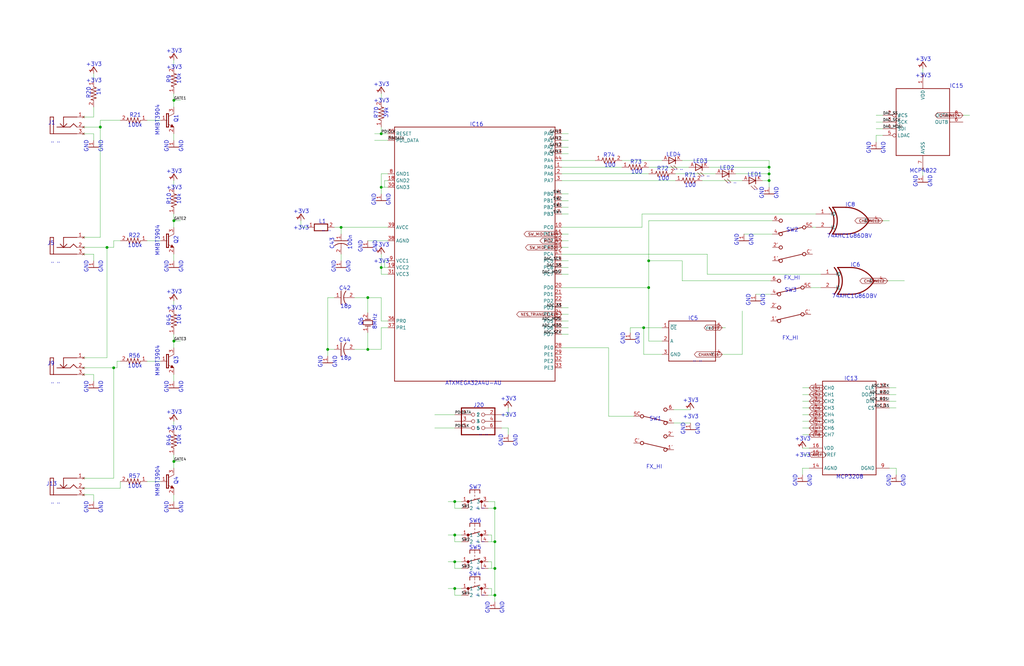
<source format=kicad_sch>
(kicad_sch (version 20231120) (generator "eeschema") (generator_version "8.0")
  (paper "User" 388.925 252.984)
  (junction (at 187.96 215.9))
  (junction (at 38.1 48.26))
  (junction (at 144.78 101.6))
  (junction (at 66.04 38.1))
  (junction (at 66.04 83.82))
  (junction (at 172.72 223.52))
  (junction (at 187.96 226.06))
  (junction (at 172.72 213.36))
  (junction (at 187.96 205.74))
  (junction (at 129.54 86.36))
  (junction (at 66.04 175.26))
  (junction (at 246.38 109.22))
  (junction (at 244.475 124.46))
  (junction (at 292.1 63.5))
  (junction (at 246.38 99.06))
  (junction (at 292.1 68.58))
  (junction (at 43.18 139.7))
  (junction (at 66.04 129.54))
  (junction (at 124.46 132.715))
  (junction (at 144.78 50.8))
  (junction (at 139.7 113.03))
  (junction (at 40.64 93.98))
  (junction (at 172.72 190.5))
  (junction (at 292.1 66.04))
  (junction (at 187.96 193.04))
  (junction (at 144.78 71.12))
  (junction (at 172.72 203.2))
  (junction (at 139.7 132.715))
  (wire (pts (xy 213.36 101.6) (xy 215.9 101.6)) (stroke (width 0.1)))
  (wire (pts (xy 172.72 203.2) (xy 170.18 203.2)) (stroke (width 0.1)))
  (wire (pts (xy 43.18 139.7) (xy 43.18 181.61)) (stroke (width 0.1)))
  (wire (pts (xy 144.78 35.56) (xy 144.78 38.1)) (stroke (width 0.1)))
  (wire (pts (xy 274.32 124.46) (xy 275.59 124.46)) (stroke (width 0.1)))
  (wire (pts (xy 193.04 157.48) (xy 193.04 154.94)) (stroke (width 0.1)))
  (wire (pts (xy 243.84 81.28) (xy 309.88 81.28)) (stroke (width 0.1)))
  (wire (pts (xy 337.185 106.68) (xy 343.535 106.68)) (stroke (width 0.1)))
  (wire (pts (xy 213.36 99.06) (xy 215.9 99.06)) (stroke (width 0.1)))
  (wire (pts (xy 307.34 154.94) (xy 304.8 154.94)) (stroke (width 0.1)))
  (wire (pts (xy 147.32 53.34) (xy 142.24 53.34)) (stroke (width 0.1)))
  (wire (pts (xy 66.04 40.64) (xy 66.04 38.1)) (stroke (width 0.1)))
  (wire (pts (xy 246.38 83.82) (xy 246.38 99.06)) (stroke (width 0.1)))
  (wire (pts (xy 129.54 86.36) (xy 147.32 86.36)) (stroke (width 0.1)))
  (wire (pts (xy 335.28 48.895) (xy 332.74 48.895)) (stroke (width 0.1)))
  (wire (pts (xy 139.7 113.03) (xy 144.78 113.03)) (stroke (width 0.1)))
  (wire (pts (xy 213.36 91.44) (xy 215.9 91.44)) (stroke (width 0.1)))
  (wire (pts (xy 129.54 96.52) (xy 129.54 99.06)) (stroke (width 0.1)))
  (wire (pts (xy 337.82 177.8) (xy 340.36 177.8)) (stroke (width 0.1)))
  (wire (pts (xy 144.78 66.04) (xy 144.78 71.12)) (stroke (width 0.1)))
  (wire (pts (xy 66.04 83.82) (xy 68.58 83.82)) (stroke (width 0.1)))
  (wire (pts (xy 292.735 106.68) (xy 259.08 106.68)) (stroke (width 0.1)))
  (wire (pts (xy 193.04 162.56) (xy 193.04 165.1)) (stroke (width 0.1)))
  (wire (pts (xy 240.665 158.115) (xy 231.14 158.115)) (stroke (width 0.1)))
  (wire (pts (xy 213.36 50.8) (xy 215.9 50.8)) (stroke (width 0.1)))
  (wire (pts (xy 213.36 127) (xy 215.9 127)) (stroke (width 0.1)))
  (wire (pts (xy 289.56 68.58) (xy 292.1 68.58)) (stroke (width 0.1)))
  (wire (pts (xy 307.34 147.32) (xy 304.8 147.32)) (stroke (width 0.1)))
  (wire (pts (xy 55.88 182.88) (xy 60.96 182.88)) (stroke (width 0.1)))
  (wire (pts (xy 185.42 205.74) (xy 187.96 205.74)) (stroke (width 0.1)))
  (wire (pts (xy 292.735 111.76) (xy 287.02 111.76)) (stroke (width 0.1)))
  (wire (pts (xy 281.94 134.62) (xy 281.94 118.11)) (stroke (width 0.1)))
  (wire (pts (xy 114.3 83.82) (xy 114.3 86.36)) (stroke (width 0.1)))
  (wire (pts (xy 124.46 132.715) (xy 124.46 113.03)) (stroke (width 0.1)))
  (wire (pts (xy 307.34 149.86) (xy 304.8 149.86)) (stroke (width 0.1)))
  (wire (pts (xy 337.82 154.94) (xy 340.36 154.94)) (stroke (width 0.1)))
  (wire (pts (xy 66.04 50.8) (xy 66.04 53.34)) (stroke (width 0.1)))
  (wire (pts (xy 311.785 104.14) (xy 268.605 104.14)) (stroke (width 0.1)))
  (wire (pts (xy 187.96 226.06) (xy 187.96 228.6)) (stroke (width 0.1)))
  (wire (pts (xy 187.96 193.04) (xy 187.96 205.74)) (stroke (width 0.1)))
  (wire (pts (xy 268.605 104.14) (xy 268.605 96.52)) (stroke (width 0.1)))
  (wire (pts (xy 269.24 63.5) (xy 292.1 63.5)) (stroke (width 0.1)))
  (wire (pts (xy 172.72 213.36) (xy 170.18 213.36)) (stroke (width 0.1)))
  (wire (pts (xy 35.56 44.45) (xy 35.56 40.64)) (stroke (width 0.1)))
  (wire (pts (xy 31.75 50.8) (xy 35.56 50.8)) (stroke (width 0.1)))
  (wire (pts (xy 66.04 83.82) (xy 66.04 81.28)) (stroke (width 0.1)))
  (wire (pts (xy 175.26 215.9) (xy 172.72 215.9)) (stroke (width 0.1)))
  (wire (pts (xy 129.54 86.36) (xy 129.54 88.9)) (stroke (width 0.1)))
  (wire (pts (xy 45.72 91.44) (xy 43.18 91.44)) (stroke (width 0.1)))
  (wire (pts (xy 172.72 193.04) (xy 172.72 190.5)) (stroke (width 0.1)))
  (wire (pts (xy 185.42 193.04) (xy 187.96 193.04)) (stroke (width 0.1)))
  (wire (pts (xy 190.5 162.56) (xy 193.04 162.56)) (stroke (width 0.1)))
  (wire (pts (xy 43.18 93.98) (xy 40.64 93.98)) (stroke (width 0.1)))
  (wire (pts (xy 274.32 134.62) (xy 281.94 134.62)) (stroke (width 0.1)))
  (wire (pts (xy 213.36 119.38) (xy 215.9 119.38)) (stroke (width 0.1)))
  (wire (pts (xy 172.72 157.48) (xy 165.1 157.48)) (stroke (width 0.1)))
  (wire (pts (xy 172.72 226.06) (xy 172.72 223.52)) (stroke (width 0.1)))
  (wire (pts (xy 266.7 68.58) (xy 281.94 68.58)) (stroke (width 0.1)))
  (wire (pts (xy 251.46 134.62) (xy 244.475 134.62)) (stroke (width 0.1)))
  (wire (pts (xy 337.82 149.86) (xy 340.36 149.86)) (stroke (width 0.1)))
  (wire (pts (xy 144.78 50.8) (xy 144.78 48.26)) (stroke (width 0.1)))
  (wire (pts (xy 66.04 160.02) (xy 66.04 162.56)) (stroke (width 0.1)))
  (wire (pts (xy 279.4 66.04) (xy 292.1 66.04)) (stroke (width 0.1)))
  (wire (pts (xy 185.42 203.2) (xy 186.69 203.2)) (stroke (width 0.1)))
  (wire (pts (xy 259.08 60.96) (xy 292.1 60.96)) (stroke (width 0.1)))
  (wire (pts (xy 172.72 223.52) (xy 170.18 223.52)) (stroke (width 0.1)))
  (wire (pts (xy 31.75 96.52) (xy 35.56 96.52)) (stroke (width 0.1)))
  (wire (pts (xy 172.72 162.56) (xy 165.1 162.56)) (stroke (width 0.1)))
  (wire (pts (xy 55.88 45.72) (xy 60.96 45.72)) (stroke (width 0.1)))
  (wire (pts (xy 256.54 66.04) (xy 271.78 66.04)) (stroke (width 0.1)))
  (wire (pts (xy 66.04 68.58) (xy 66.04 71.12)) (stroke (width 0.1)))
  (wire (pts (xy 308.61 86.36) (xy 309.88 86.36)) (stroke (width 0.1)))
  (wire (pts (xy 307.34 170.18) (xy 304.8 170.18)) (stroke (width 0.1)))
  (wire (pts (xy 213.36 76.2) (xy 215.9 76.2)) (stroke (width 0.1)))
  (wire (pts (xy 66.04 142.24) (xy 66.04 144.78)) (stroke (width 0.1)))
  (wire (pts (xy 40.64 93.98) (xy 40.64 135.89)) (stroke (width 0.1)))
  (wire (pts (xy 236.22 60.96) (xy 251.46 60.96)) (stroke (width 0.1)))
  (wire (pts (xy 187.96 205.74) (xy 187.96 215.9)) (stroke (width 0.1)))
  (wire (pts (xy 144.78 71.12) (xy 147.32 71.12)) (stroke (width 0.1)))
  (wire (pts (xy 185.42 190.5) (xy 187.96 190.5)) (stroke (width 0.1)))
  (wire (pts (xy 66.04 129.54) (xy 68.58 129.54)) (stroke (width 0.1)))
  (wire (pts (xy 175.26 193.04) (xy 172.72 193.04)) (stroke (width 0.1)))
  (wire (pts (xy 307.34 160.02) (xy 304.8 160.02)) (stroke (width 0.1)))
  (wire (pts (xy 335.28 51.435) (xy 332.74 51.435)) (stroke (width 0.1)))
  (wire (pts (xy 31.75 142.24) (xy 35.56 142.24)) (stroke (width 0.1)))
  (wire (pts (xy 172.72 205.74) (xy 172.72 203.2)) (stroke (width 0.1)))
  (wire (pts (xy 147.32 91.44) (xy 139.7 91.44)) (stroke (width 0.1)))
  (wire (pts (xy 31.75 90.17) (xy 38.1 90.17)) (stroke (width 0.1)))
  (wire (pts (xy 292.1 60.96) (xy 292.1 63.5)) (stroke (width 0.1)))
  (wire (pts (xy 35.56 96.52) (xy 35.56 99.06)) (stroke (width 0.1)))
  (wire (pts (xy 340.36 177.8) (xy 340.36 180.34)) (stroke (width 0.1)))
  (wire (pts (xy 213.36 66.04) (xy 246.38 66.04)) (stroke (width 0.1)))
  (wire (pts (xy 350.52 64.135) (xy 350.52 66.675)) (stroke (width 0.1)))
  (wire (pts (xy 213.36 53.34) (xy 215.9 53.34)) (stroke (width 0.1)))
  (wire (pts (xy 239.395 126.365) (xy 239.395 124.46)) (stroke (width 0.1)))
  (wire (pts (xy 307.34 177.8) (xy 304.8 177.8)) (stroke (width 0.1)))
  (wire (pts (xy 307.34 152.4) (xy 304.8 152.4)) (stroke (width 0.1)))
  (wire (pts (xy 139.7 118.745) (xy 139.7 113.03)) (stroke (width 0.1)))
  (wire (pts (xy 246.38 99.06) (xy 246.38 109.22)) (stroke (width 0.1)))
  (wire (pts (xy 147.32 50.8) (xy 144.78 50.8)) (stroke (width 0.1)))
  (wire (pts (xy 185.42 226.06) (xy 187.96 226.06)) (stroke (width 0.1)))
  (wire (pts (xy 146.05 71.12) (xy 146.05 68.58)) (stroke (width 0.1)))
  (wire (pts (xy 307.34 162.56) (xy 304.8 162.56)) (stroke (width 0.1)))
  (wire (pts (xy 213.36 58.42) (xy 215.9 58.42)) (stroke (width 0.1)))
  (wire (pts (xy 144.78 96.52) (xy 144.78 101.6)) (stroke (width 0.1)))
  (wire (pts (xy 175.26 226.06) (xy 172.72 226.06)) (stroke (width 0.1)))
  (wire (pts (xy 147.32 66.04) (xy 144.78 66.04)) (stroke (width 0.1)))
  (wire (pts (xy 144.78 113.03) (xy 144.78 121.92)) (stroke (width 0.1)))
  (wire (pts (xy 335.28 43.815) (xy 332.74 43.815)) (stroke (width 0.1)))
  (wire (pts (xy 172.72 203.2) (xy 175.26 203.2)) (stroke (width 0.1)))
  (wire (pts (xy 244.475 134.62) (xy 244.475 124.46)) (stroke (width 0.1)))
  (wire (pts (xy 259.08 106.68) (xy 259.08 99.06)) (stroke (width 0.1)))
  (wire (pts (xy 66.04 22.86) (xy 66.04 25.4)) (stroke (width 0.1)))
  (wire (pts (xy 186.69 213.36) (xy 186.69 215.9)) (stroke (width 0.1)))
  (wire (pts (xy 45.72 137.16) (xy 44.45 137.16)) (stroke (width 0.1)))
  (wire (pts (xy 213.36 81.28) (xy 215.9 81.28)) (stroke (width 0.1)))
  (wire (pts (xy 45.72 185.42) (xy 45.72 182.88)) (stroke (width 0.1)))
  (wire (pts (xy 66.04 177.8) (xy 66.04 175.26)) (stroke (width 0.1)))
  (wire (pts (xy 259.08 99.06) (xy 246.38 99.06)) (stroke (width 0.1)))
  (wire (pts (xy 213.36 86.36) (xy 243.84 86.36)) (stroke (width 0.1)))
  (wire (pts (xy 114.3 86.36) (xy 116.84 86.36)) (stroke (width 0.1)))
  (wire (pts (xy 304.8 177.8) (xy 304.8 180.34)) (stroke (width 0.1)))
  (wire (pts (xy 35.56 187.96) (xy 35.56 190.5)) (stroke (width 0.1)))
  (wire (pts (xy 40.64 135.89) (xy 31.75 135.89)) (stroke (width 0.1)))
  (wire (pts (xy 185.42 213.36) (xy 186.69 213.36)) (stroke (width 0.1)))
  (wire (pts (xy 44.45 139.7) (xy 43.18 139.7)) (stroke (width 0.1)))
  (wire (pts (xy 66.04 187.96) (xy 66.04 190.5)) (stroke (width 0.1)))
  (wire (pts (xy 66.04 129.54) (xy 66.04 127)) (stroke (width 0.1)))
  (wire (pts (xy 134.62 132.715) (xy 139.7 132.715)) (stroke (width 0.1)))
  (wire (pts (xy 213.36 68.58) (xy 256.54 68.58)) (stroke (width 0.1)))
  (wire (pts (xy 268.605 96.52) (xy 213.36 96.52)) (stroke (width 0.1)))
  (wire (pts (xy 213.36 73.66) (xy 215.9 73.66)) (stroke (width 0.1)))
  (wire (pts (xy 213.36 104.14) (xy 215.9 104.14)) (stroke (width 0.1)))
  (wire (pts (xy 144.78 121.92) (xy 147.32 121.92)) (stroke (width 0.1)))
  (wire (pts (xy 124.46 132.715) (xy 124.46 135.255)) (stroke (width 0.1)))
  (wire (pts (xy 293.37 88.9) (xy 282.575 88.9)) (stroke (width 0.1)))
  (wire (pts (xy 350.52 26.035) (xy 350.52 28.575)) (stroke (width 0.1)))
  (wire (pts (xy 231.14 158.115) (xy 231.14 132.08)) (stroke (width 0.1)))
  (wire (pts (xy 332.74 51.435) (xy 332.74 53.975)) (stroke (width 0.1)))
  (wire (pts (xy 31.75 185.42) (xy 45.72 185.42)) (stroke (width 0.1)))
  (wire (pts (xy 213.36 116.84) (xy 215.9 116.84)) (stroke (width 0.1)))
  (wire (pts (xy 255.905 155.575) (xy 262.255 155.575)) (stroke (width 0.1)))
  (wire (pts (xy 144.78 101.6) (xy 147.32 101.6)) (stroke (width 0.1)))
  (wire (pts (xy 124.46 113.03) (xy 127 113.03)) (stroke (width 0.1)))
  (wire (pts (xy 55.88 137.16) (xy 60.96 137.16)) (stroke (width 0.1)))
  (wire (pts (xy 307.34 165.1) (xy 304.8 165.1)) (stroke (width 0.1)))
  (wire (pts (xy 66.04 86.36) (xy 66.04 83.82)) (stroke (width 0.1)))
  (wire (pts (xy 185.42 223.52) (xy 186.69 223.52)) (stroke (width 0.1)))
  (wire (pts (xy 187.96 190.5) (xy 187.96 193.04)) (stroke (width 0.1)))
  (wire (pts (xy 43.18 91.44) (xy 43.18 93.98)) (stroke (width 0.1)))
  (wire (pts (xy 307.34 172.72) (xy 304.8 172.72)) (stroke (width 0.1)))
  (wire (pts (xy 239.395 124.46) (xy 244.475 124.46)) (stroke (width 0.1)))
  (wire (pts (xy 66.04 38.1) (xy 66.04 35.56)) (stroke (width 0.1)))
  (wire (pts (xy 186.69 223.52) (xy 186.69 226.06)) (stroke (width 0.1)))
  (wire (pts (xy 186.69 203.2) (xy 186.69 205.74)) (stroke (width 0.1)))
  (wire (pts (xy 66.04 175.26) (xy 66.04 172.72)) (stroke (width 0.1)))
  (wire (pts (xy 185.42 215.9) (xy 187.96 215.9)) (stroke (width 0.1)))
  (wire (pts (xy 66.04 175.26) (xy 68.58 175.26)) (stroke (width 0.1)))
  (wire (pts (xy 43.18 181.61) (xy 31.75 181.61)) (stroke (width 0.1)))
  (wire (pts (xy 246.38 63.5) (xy 261.62 63.5)) (stroke (width 0.1)))
  (wire (pts (xy 172.72 213.36) (xy 175.26 213.36)) (stroke (width 0.1)))
  (wire (pts (xy 35.56 142.24) (xy 35.56 144.78)) (stroke (width 0.1)))
  (wire (pts (xy 146.05 68.58) (xy 147.32 68.58)) (stroke (width 0.1)))
  (wire (pts (xy 190.5 157.48) (xy 193.04 157.48)) (stroke (width 0.1)))
  (wire (pts (xy 246.38 129.54) (xy 251.46 129.54)) (stroke (width 0.1)))
  (wire (pts (xy 144.78 101.6) (xy 144.78 104.14)) (stroke (width 0.1)))
  (wire (pts (xy 127 132.715) (xy 124.46 132.715)) (stroke (width 0.1)))
  (wire (pts (xy 38.1 45.72) (xy 45.72 45.72)) (stroke (width 0.1)))
  (wire (pts (xy 139.7 113.03) (xy 134.62 113.03)) (stroke (width 0.1)))
  (wire (pts (xy 66.04 114.3) (xy 66.04 116.84)) (stroke (width 0.1)))
  (wire (pts (xy 146.05 99.06) (xy 147.32 99.06)) (stroke (width 0.1)))
  (wire (pts (xy 231.14 132.08) (xy 213.36 132.08)) (stroke (width 0.1)))
  (wire (pts (xy 146.05 101.6) (xy 146.05 99.06)) (stroke (width 0.1)))
  (wire (pts (xy 144.78 50.8) (xy 142.24 50.8)) (stroke (width 0.1)))
  (wire (pts (xy 31.75 187.96) (xy 35.56 187.96)) (stroke (width 0.1)))
  (wire (pts (xy 35.56 50.8) (xy 35.56 53.34)) (stroke (width 0.1)))
  (wire (pts (xy 127 86.36) (xy 129.54 86.36)) (stroke (width 0.1)))
  (wire (pts (xy 365.76 43.815) (xy 368.3 43.815)) (stroke (width 0.1)))
  (wire (pts (xy 144.78 71.12) (xy 144.78 73.66)) (stroke (width 0.1)))
  (wire (pts (xy 66.04 38.1) (xy 68.58 38.1)) (stroke (width 0.1)))
  (wire (pts (xy 172.72 215.9) (xy 172.72 213.36)) (stroke (width 0.1)))
  (wire (pts (xy 31.75 44.45) (xy 35.56 44.45)) (stroke (width 0.1)))
  (wire (pts (xy 213.36 60.96) (xy 226.06 60.96)) (stroke (width 0.1)))
  (wire (pts (xy 213.36 124.46) (xy 215.9 124.46)) (stroke (width 0.1)))
  (wire (pts (xy 172.72 190.5) (xy 175.26 190.5)) (stroke (width 0.1)))
  (wire (pts (xy 307.34 157.48) (xy 304.8 157.48)) (stroke (width 0.1)))
  (wire (pts (xy 292.1 63.5) (xy 292.1 66.04)) (stroke (width 0.1)))
  (wire (pts (xy 144.78 132.715) (xy 144.78 124.46)) (stroke (width 0.1)))
  (wire (pts (xy 335.28 83.82) (xy 337.82 83.82)) (stroke (width 0.1)))
  (wire (pts (xy 187.96 215.9) (xy 187.96 226.06)) (stroke (width 0.1)))
  (wire (pts (xy 172.72 190.5) (xy 170.18 190.5)) (stroke (width 0.1)))
  (wire (pts (xy 66.04 96.52) (xy 66.04 99.06)) (stroke (width 0.1)))
  (wire (pts (xy 213.36 63.5) (xy 236.22 63.5)) (stroke (width 0.1)))
  (wire (pts (xy 55.88 91.44) (xy 60.96 91.44)) (stroke (width 0.1)))
  (wire (pts (xy 244.475 124.46) (xy 251.46 124.46)) (stroke (width 0.1)))
  (wire (pts (xy 172.72 223.52) (xy 175.26 223.52)) (stroke (width 0.1)))
  (wire (pts (xy 243.84 86.36) (xy 243.84 81.28)) (stroke (width 0.1)))
  (wire (pts (xy 35.56 27.94) (xy 35.56 30.48)) (stroke (width 0.1)))
  (wire (pts (xy 31.75 48.26) (xy 38.1 48.26)) (stroke (width 0.1)))
  (wire (pts (xy 44.45 137.16) (xy 44.45 139.7)) (stroke (width 0.1)))
  (wire (pts (xy 307.975 109.22) (xy 311.785 109.22)) (stroke (width 0.1)))
  (wire (pts (xy 175.26 205.74) (xy 172.72 205.74)) (stroke (width 0.1)))
  (wire (pts (xy 255.905 160.655) (xy 262.255 160.655)) (stroke (width 0.1)))
  (wire (pts (xy 213.36 93.98) (xy 215.9 93.98)) (stroke (width 0.1)))
  (wire (pts (xy 38.1 90.17) (xy 38.1 48.26)) (stroke (width 0.1)))
  (wire (pts (xy 246.38 109.22) (xy 246.38 129.54)) (stroke (width 0.1)))
  (wire (pts (xy 213.36 88.9) (xy 215.9 88.9)) (stroke (width 0.1)))
  (wire (pts (xy 144.78 104.14) (xy 147.32 104.14)) (stroke (width 0.1)))
  (wire (pts (xy 213.36 55.88) (xy 215.9 55.88)) (stroke (width 0.1)))
  (wire (pts (xy 31.75 139.7) (xy 43.18 139.7)) (stroke (width 0.1)))
  (wire (pts (xy 213.36 109.22) (xy 246.38 109.22)) (stroke (width 0.1)))
  (wire (pts (xy 66.04 132.08) (xy 66.04 129.54)) (stroke (width 0.1)))
  (wire (pts (xy 337.82 147.32) (xy 340.36 147.32)) (stroke (width 0.1)))
  (wire (pts (xy 292.1 66.04) (xy 292.1 68.58)) (stroke (width 0.1)))
  (wire (pts (xy 139.7 126.365) (xy 139.7 132.715)) (stroke (width 0.1)))
  (wire (pts (xy 292.1 68.58) (xy 292.1 71.12)) (stroke (width 0.1)))
  (wire (pts (xy 293.37 83.82) (xy 246.38 83.82)) (stroke (width 0.1)))
  (wire (pts (xy 213.36 78.74) (xy 215.9 78.74)) (stroke (width 0.1)))
  (wire (pts (xy 337.82 152.4) (xy 340.36 152.4)) (stroke (width 0.1)))
  (wire (pts (xy 335.28 46.355) (xy 332.74 46.355)) (stroke (width 0.1)))
  (wire (pts (xy 31.75 93.98) (xy 40.64 93.98)) (stroke (width 0.1)))
  (wire (pts (xy 38.1 48.26) (xy 38.1 45.72)) (stroke (width 0.1)))
  (wire (pts (xy 213.36 121.92) (xy 215.9 121.92)) (stroke (width 0.1)))
  (wire (pts (xy 139.7 132.715) (xy 144.78 132.715)) (stroke (width 0.1)))
  (wire (pts (xy 144.78 124.46) (xy 147.32 124.46)) (stroke (width 0.1)))
  (text "GND" (at 131.445 103.638 90) (effects (font (size 1.48 1.48)) (justify left top)))
  (text "R74" (at 229.102 59.944 0) (effects (font (size 1.48 1.48)) (justify left bottom)))
  (text "LED4" (at 252.977 59.69 0) (effects (font (size 1.48 1.48)) (justify left bottom)))
  (text "GND" (at 352.425 71.253 90) (effects (font (size 1.48 1.48)) (justify left top)))
  (text "J1" (at 18.267 47.625 0) (effects (font (size 1.48 1.48)) (justify left bottom)))
  (text "GND" (at 285.115 116.338 90) (effects (font (size 1.48 1.48)) (justify left bottom)))
  (text "1k" (at 36.576 36.379 90) (effects (font (size 1.48 1.48)) (justify left top)))
  (text "R45" (at 65.024 123.958 90) (effects (font (size 1.48 1.48)) (justify left bottom)))
  (text "LED3" (at 263.174 62.23 0) (effects (font (size 1.48 1.48)) (justify left bottom)))
  (text "J5" (at 17.94 93.345 0) (effects (font (size 1.48 1.48)) (justify left bottom)))
  (text "L1" (at 121.065 85.09 0) (effects (font (size 1.48 1.48)) (justify left bottom)))
  (text "MCP4822" (at 345.391 64.135 0) (effects (font (size 1.48 1.48)) (justify left top)))
  (text "R57" (at 48.798 181.864 0) (effects (font (size 1.48 1.48)) (justify left bottom)))
  (text "GND" (at 67.945 195.078 90) (effects (font (size 1.48 1.48)) (justify left top)))
  (text "GND" (at 237.49 130.943 90) (effects (font (size 1.48 1.48)) (justify left bottom)))
  (text "GND" (at 141.605 96.018 90) (effects (font (size 1.48 1.48)) (justify left top)))
  (text "\" \"" (at 286.366 72.009 0) (effects (font (size 1.48 1.48)) (justify left top)))
  (text "GND" (at 264.16 165.233 90) (effects (font (size 1.48 1.48)) (justify left top)))
  (text "FX_HI" (at 297.036 127.635 0) (effects (font (size 1.48 1.48)) (justify left top)))
  (text "GND" (at 302.895 184.918 90) (effects (font (size 1.48 1.48)) (justify left bottom)))
  (text "+3V3" (at 347.554 27.94 0) (effects (font (size 1.48 1.48)) (justify left top)))
  (text "GND" (at 241.3 130.943 90) (effects (font (size 1.48 1.48)) (justify left top)))
  (text "Q3" (at 66.04 138.49 90) (effects (font (size 1.48 1.48)) (justify left top)))
  (text "GND" (at 127.635 103.638 90) (effects (font (size 1.48 1.48)) (justify left bottom)))
  (text "R22" (at 48.798 90.424 0) (effects (font (size 1.48 1.48)) (justify left bottom)))
  (text "+3V3" (at 141.814 98.425 0) (effects (font (size 1.48 1.48)) (justify left top)))
  (text "SW2" (at 298.579 88.265 0) (effects (font (size 1.48 1.48)) (justify left bottom)))
  (text "74AHC1G86DBV" (at 313.978 88.9 0) (effects (font (size 1.48 1.48)) (justify left top)))
  (text "MMBT3904" (at 60.71 51.596 90) (effects (font (size 1.48 1.48)) (justify left bottom)))
  (text "SW4" (at 178.083 219.075 0) (effects (font (size 1.48 1.48)) (justify left bottom)))
  (text "GND" (at 64.135 149.358 90) (effects (font (size 1.48 1.48)) (justify left bottom)))
  (text "10k" (at 67.056 169.205 90) (effects (font (size 1.48 1.48)) (justify left top)))
  (text "R20" (at 34.544 37.562 90) (effects (font (size 1.48 1.48)) (justify left bottom)))
  (text "10k" (at 67.056 77.765 90) (effects (font (size 1.48 1.48)) (justify left top)))
  (text "GND" (at 67.945 103.638 90) (effects (font (size 1.48 1.48)) (justify left top)))
  (text "+3V3" (at 63.074 70.485 0) (effects (font (size 1.48 1.48)) (justify left top)))
  (text "GND" (at 330.835 58.553 90) (effects (font (size 1.48 1.48)) (justify left bottom)))
  (text "+3V3" (at 63.074 157.48 0) (effects (font (size 1.48 1.48)) (justify left bottom)))
  (text "MCP3208" (at 317.487 180.34 0) (effects (font (size 1.48 1.48)) (justify left top)))
  (text "R71" (at 259.946 67.564 0) (effects (font (size 1.48 1.48)) (justify left bottom)))
  (text "R46" (at 65.024 169.641 90) (effects (font (size 1.48 1.48)) (justify left bottom)))
  (text "GND" (at 146.685 78.238 90) (effects (font (size 1.48 1.48)) (justify left top)))
  (text "+3V3" (at 190.074 152.4 0) (effects (font (size 1.48 1.48)) (justify left bottom)))
  (text "\" \"" (at 181.845 165.1 0) (effects (font (size 1.48 1.48)) (justify left top)))
  (text "GND" (at 137.795 96.018 90) (effects (font (size 1.48 1.48)) (justify left bottom)))
  (text "IC8" (at 321.053 78.74 0) (effects (font (size 1.48 1.48)) (justify left bottom)))
  (text "Q1" (at 66.04 46.722 90) (effects (font (size 1.48 1.48)) (justify left top)))
  (text "10k" (at 67.056 32.045 90) (effects (font (size 1.48 1.48)) (justify left top)))
  (text "\" \"" (at 266.046 66.929 0) (effects (font (size 1.48 1.48)) (justify left top)))
  (text "GND" (at 189.865 233.178 90) (effects (font (size 1.48 1.48)) (justify left top)))
  (text "SW1" (at 246.582 160.02 0) (effects (font (size 1.48 1.48)) (justify left bottom)))
  (text "GND" (at 33.655 103.638 90) (effects (font (size 1.48 1.48)) (justify left bottom)))
  (text "\" \"" (at 19.285 99.695 0) (effects (font (size 1.48 1.48)) (justify left top)))
  (text "+3V3" (at 301.834 167.64 0) (effects (font (size 1.48 1.48)) (justify left bottom)))
  (text "Q6" (at 137.922 123.847 90) (effects (font (size 1.48 1.48)) (justify left bottom)))
  (text "C44" (at 128.699 130.175 0) (effects (font (size 1.48 1.48)) (justify left bottom)))
  (text "GND" (at 342.265 184.918 90) (effects (font (size 1.48 1.48)) (justify left top)))
  (text "+3V3" (at 141.814 93.98 0) (effects (font (size 1.48 1.48)) (justify left bottom)))
  (text "IC5" (at 261.362 121.92 0) (effects (font (size 1.48 1.48)) (justify left bottom)))
  (text "+3V3" (at 63.074 66.04 0) (effects (font (size 1.48 1.48)) (justify left bottom)))
  (text "GND" (at 37.465 149.358 90) (effects (font (size 1.48 1.48)) (justify left top)))
  (text "MMBT3904" (at 60.71 143.036 90) (effects (font (size 1.48 1.48)) (justify left bottom)))
  (text "GND" (at 288.925 116.338 90) (effects (font (size 1.48 1.48)) (justify left top)))
  (text "GND" (at 122.555 139.833 90) (effects (font (size 1.48 1.48)) (justify left bottom)))
  (text "J9" (at 17.976 139.065 0) (effects (font (size 1.48 1.48)) (justify left bottom)))
  (text "GND" (at 67.945 149.358 90) (effects (font (size 1.48 1.48)) (justify left top)))
  (text "GND" (at 64.135 103.638 90) (effects (font (size 1.48 1.48)) (justify left bottom)))
  (text "+3V3" (at 32.594 25.4 0) (effects (font (size 1.48 1.48)) (justify left bottom)))
  (text "\" \"" (at 180.575 226.06 0) (effects (font (size 1.48 1.48)) (justify left top)))
  (text "R72" (at 249.458 65.024 0) (effects (font (size 1.48 1.48)) (justify left bottom)))
  (text "C42" (at 128.736 110.49 0) (effects (font (size 1.48 1.48)) (justify left bottom)))
  (text "GND" (at 194.945 169.678 90) (effects (font (size 1.48 1.48)) (justify left top)))
  (text "SW5" (at 178.119 208.915 0) (effects (font (size 1.48 1.48)) (justify left bottom)))
  (text "GND" (at 280.67 93.478 90) (effects (font (size 1.48 1.48)) (justify left bottom)))
  (text "100" (at 259.946 69.596 0) (effects (font (size 1.48 1.48)) (justify left top)))
  (text "GND" (at 33.655 57.918 90) (effects (font (size 1.48 1.48)) (justify left bottom)))
  (text "+3V3" (at 141.814 37.465 0) (effects (font (size 1.48 1.48)) (justify left top)))
  (text "J13" (at 17.521 184.785 0) (effects (font (size 1.48 1.48)) (justify left bottom)))
  (text "R70" (at 143.764 45.182 90) (effects (font (size 1.48 1.48)) (justify left bottom)))
  (text "GND" (at 33.655 149.358 90) (effects (font (size 1.48 1.48)) (justify left bottom)))
  (text "18p" (at 129.209 135.255 0) (effects (font (size 1.48 1.48)) (justify left top)))
  (text "+3V3" (at 259.289 153.035 0) (effects (font (size 1.48 1.48)) (justify left bottom)))
  (text "39k" (at 145.796 45.036 90) (effects (font (size 1.48 1.48)) (justify left top)))
  (text "10k" (at 67.056 123.485 90) (effects (font (size 1.48 1.48)) (justify left top)))
  (text "100k" (at 48.49 183.896 0) (effects (font (size 1.48 1.48)) (justify left top)))
  (text "\" \"" (at 19.285 145.415 0) (effects (font (size 1.48 1.48)) (justify left top)))
  (text "R10" (at 65.024 77.874 90) (effects (font (size 1.48 1.48)) (justify left bottom)))
  (text "100k" (at 48.49 46.736 0) (effects (font (size 1.48 1.48)) (justify left top)))
  (text "+3V3" (at 63.074 24.765 0) (effects (font (size 1.48 1.48)) (justify left top)))
  (text "\" \"" (at 180.575 205.74 0) (effects (font (size 1.48 1.48)) (justify left top)))
  (text "100n" (at 132.08 95.02 90) (effects (font (size 1.48 1.48)) (justify left top)))
  (text "\" \"" (at 180.575 193.04 0) (effects (font (size 1.48 1.48)) (justify left top)))
  (text "GND" (at 348.615 71.253 90) (effects (font (size 1.48 1.48)) (justify left bottom)))
  (text "8MHz" (at 141.478 125.265 90) (effects (font (size 1.48 1.48)) (justify left top)))
  (text "GND" (at 338.455 184.918 90) (effects (font (size 1.48 1.48)) (justify left bottom)))
  (text "+3V3" (at 347.554 23.495 0) (effects (font (size 1.48 1.48)) (justify left bottom)))
  (text "FX_HI" (at 297.671 104.775 0) (effects (font (size 1.48 1.48)) (justify left top)))
  (text "Q4" (at 66.04 184.246 90) (effects (font (size 1.48 1.48)) (justify left top)))
  (text "+3V3" (at 63.074 20.32 0) (effects (font (size 1.48 1.48)) (justify left bottom)))
  (text "GND" (at 33.655 195.078 90) (effects (font (size 1.48 1.48)) (justify left bottom)))
  (text "100" (at 229.466 61.976 0) (effects (font (size 1.48 1.48)) (justify left top)))
  (text "\" \"" (at 19.285 191.135 0) (effects (font (size 1.48 1.48)) (justify left top)))
  (text "GND" (at 37.465 57.918 90) (effects (font (size 1.48 1.48)) (justify left top)))
  (text "R56" (at 48.835 136.144 0) (effects (font (size 1.48 1.48)) (justify left bottom)))
  (text "GND" (at 334.645 58.553 90) (effects (font (size 1.48 1.48)) (justify left top)))
  (text "SW3" (at 297.944 111.125 0) (effects (font (size 1.48 1.48)) (justify left bottom)))
  (text "+3V3" (at 32.594 29.845 0) (effects (font (size 1.48 1.48)) (justify left top)))
  (text "\" \"" (at 255.886 64.389 0) (effects (font (size 1.48 1.48)) (justify left top)))
  (text "\" \"" (at 263.125 137.16 0) (effects (font (size 1.48 1.48)) (justify left top)))
  (text "GND" (at 260.35 165.233 90) (effects (font (size 1.48 1.48)) (justify left bottom)))
  (text "\" \"" (at 276.206 69.469 0) (effects (font (size 1.48 1.48)) (justify left top)))
  (text "Q2" (at 66.04 92.77 90) (effects (font (size 1.48 1.48)) (justify left top)))
  (text "FX_HI" (at 245.347 176.53 0) (effects (font (size 1.48 1.48)) (justify left top)))
  (text "+3V3" (at 301.834 172.085 0) (effects (font (size 1.48 1.48)) (justify left top)))
  (text "GND" (at 37.465 103.638 90) (effects (font (size 1.48 1.48)) (justify left top)))
  (text "18p" (at 129.209 115.57 0) (effects (font (size 1.48 1.48)) (justify left top)))
  (text "100k" (at 48.49 138.176 0) (effects (font (size 1.48 1.48)) (justify left top)))
  (text "J20" (at 179.754 154.94 0) (effects (font (size 1.48 1.48)) (justify left bottom)))
  (text "R21" (at 49.126 44.704 0) (effects (font (size 1.48 1.48)) (justify left bottom)))
  (text "MMBT3904" (at 60.71 188.756 90) (effects (font (size 1.48 1.48)) (justify left bottom)))
  (text "GND" (at 126.365 139.833 90) (effects (font (size 1.48 1.48)) (justify left top)))
  (text "GND" (at 142.875 78.238 90) (effects (font (size 1.48 1.48)) (justify left bottom)))
  (text "+3V3" (at 259.289 157.48 0) (effects (font (size 1.48 1.48)) (justify left top)))
  (text "R9" (at 65.024 31.7 90) (effects (font (size 1.48 1.48)) (justify left bottom)))
  (text "GND" (at 67.945 57.918 90) (effects (font (size 1.48 1.48)) (justify left top)))
  (text "GND" (at 64.135 57.918 90) (effects (font (size 1.48 1.48)) (justify left bottom)))
  (text "+3V3" (at 111.334 85.725 0) (effects (font (size 1.48 1.48)) (justify left top)))
  (text "SW7" (at 178.119 186.055 0) (effects (font (size 1.48 1.48)) (justify left bottom)))
  (text "IC15" (at 360.68 33.655 0) (effects (font (size 1.48 1.48)) (justify left bottom)))
  (text "GND" (at 64.135 195.078 90) (effects (font (size 1.48 1.48)) (justify left bottom)))
  (text "GND" (at 186.055 233.178 90) (effects (font (size 1.48 1.48)) (justify left bottom)))
  (text "IC13" (at 320.634 144.78 0) (effects (font (size 1.48 1.48)) (justify left bottom)))
  (text "C43" (at 127 94.784 90) (effects (font (size 1.48 1.48)) (justify left bottom)))
  (text "+3V3" (at 63.074 111.76 0) (effects (font (size 1.48 1.48)) (justify left bottom)))
  (text "IC6" (at 322.994 101.6 0) (effects (font (size 1.48 1.48)) (justify left bottom)))
  (text "GND" (at 37.465 195.078 90) (effects (font (size 1.48 1.48)) (justify left top)))
  (text "+3V3" (at 141.814 33.02 0) (effects (font (size 1.48 1.48)) (justify left bottom)))
  (text "R73" (at 239.298 62.484 0) (effects (font (size 1.48 1.48)) (justify left bottom)))
  (text "+3V3" (at 190.074 156.845 0) (effects (font (size 1.48 1.48)) (justify left top)))
  (text "SW6" (at 178.156 198.755 0) (effects (font (size 1.48 1.48)) (justify left bottom)))
  (text "GND" (at 306.705 184.918 90) (effects (font (size 1.48 1.48)) (justify left top)))
  (text "ATXMEGA32A4U-AU" (at 169.078 144.78 0) (effects (font (size 1.48 1.48)) (justify left top)))
  (text "+3V3" (at 111.334 81.28 0) (effects (font (size 1.48 1.48)) (justify left bottom)))
  (text "\" \"" (at 19.285 53.975 0) (effects (font (size 1.48 1.48)) (justify left top)))
  (text "MMBT3904" (at 60.71 97.316 90) (effects (font (size 1.48 1.48)) (justify left bottom)))
  (text "+3V3" (at 63.074 161.925 0) (effects (font (size 1.48 1.48)) (justify left top)))
  (text "GND" (at 294.005 75.698 90) (effects (font (size 1.48 1.48)) (justify left top)))
  (text "100k" (at 48.49 92.456 0) (effects (font (size 1.48 1.48)) (justify left top)))
  (text "100" (at 249.786 67.056 0) (effects (font (size 1.48 1.48)) (justify left top)))
  (text "+3V3" (at 63.074 116.205 0) (effects (font (size 1.48 1.48)) (justify left top)))
  (text "GND" (at 290.195 75.698 90) (effects (font (size 1.48 1.48)) (justify left bottom)))
  (text "100" (at 239.626 64.516 0) (effects (font (size 1.48 1.48)) (justify left top)))
  (text "GND" (at 191.135 169.678 90) (effects (font (size 1.48 1.48)) (justify left bottom)))
  (text "LED1" (at 283.821 67.31 0) (effects (font (size 1.48 1.48)) (justify left bottom)))
  (text "74AHC1G86DBV" (at 315.883 111.76 0) (effects (font (size 1.48 1.48)) (justify left top)))
  (text "\" \"" (at 180.575 215.9 0) (effects (font (size 1.48 1.48)) (justify left top)))
  (text "LED2" (at 273.334 64.77 0) (effects (font (size 1.48 1.48)) (justify left bottom)))
  (text "GND" (at 284.48 93.478 90) (effects (font (size 1.48 1.48)) (justify left top)))
  (text "IC16" (at 178.431 48.26 0) (effects (font (size 1.48 1.48)) (justify left bottom)))
  (text "\" \"" (at 122.155 87.634 0) (effects (font (size 1.48 1.48)) (justify left top)))
  (label "ADC_SS" (at 337.82 154.94 180) (effects (font (size 1.016 1.016))))
  (label "DAC_MOSI" (at 335.28 48.895 0) (effects (font (size 1.016 1.016))))
  (label "ADC_MOSI" (at 213.36 121.92 180) (effects (font (size 1.016 1.016))))
  (label "ADC_MISO" (at 213.36 124.46 180) (effects (font (size 1.016 1.016))))
  (label "GATE2" (at 213.36 53.34 180) (effects (font (size 1.016 1.016))))
  (label "DAC_SS" (at 213.36 101.6 180) (effects (font (size 1.016 1.016))))
  (label "GATE4" (at 213.36 58.42 180) (effects (font (size 1.016 1.016))))
  (label "PDICLK" (at 144.78 50.8 0) (effects (font (size 1.016 1.016))))
  (label "SW3" (at 175.26 215.9 0) (effects (font (size 1.016 1.016))))
  (label "GATE2" (at 66.04 83.82 0) (effects (font (size 1.016 1.016))))
  (label "SW1" (at 213.36 73.66 180) (effects (font (size 1.016 1.016))))
  (label "ADC_MISO" (at 337.82 149.86 180) (effects (font (size 1.016 1.016))))
  (label "DAC_MOSI" (at 213.36 104.14 180) (effects (font (size 1.016 1.016))))
  (label "SW3" (at 213.36 78.74 180) (effects (font (size 1.016 1.016))))
  (label "SW4" (at 213.36 81.28 180) (effects (font (size 1.016 1.016))))
  (label "SW4" (at 175.26 226.06 0) (effects (font (size 1.016 1.016))))
  (label "DAC_SCK" (at 335.28 46.355 0) (effects (font (size 1.016 1.016))))
  (label "DAC_SS" (at 335.28 43.815 0) (effects (font (size 1.016 1.016))))
  (label "ADC_SCK" (at 337.82 147.32 180) (effects (font (size 1.016 1.016))))
  (label "SW2" (at 213.36 76.2 180) (effects (font (size 1.016 1.016))))
  (label "GATE1" (at 213.36 50.8 180) (effects (font (size 1.016 1.016))))
  (label "PDICLK" (at 172.72 162.56 0) (effects (font (size 1.016 1.016))))
  (label "ADC_MOSI" (at 337.82 152.4 180) (effects (font (size 1.016 1.016))))
  (label "GATE3" (at 213.36 55.88 180) (effects (font (size 1.016 1.016))))
  (label "SW1" (at 175.26 193.04 0) (effects (font (size 1.016 1.016))))
  (label "PDIDATA" (at 147.32 53.34 0) (effects (font (size 1.016 1.016))))
  (label "ADC_SS" (at 213.36 116.84 180) (effects (font (size 1.016 1.016))))
  (label "GATE3" (at 66.04 129.54 0) (effects (font (size 1.016 1.016))))
  (label "GATE4" (at 66.04 175.26 0) (effects (font (size 1.016 1.016))))
  (label "SW2" (at 175.26 205.74 0) (effects (font (size 1.016 1.016))))
  (label "ADC_SCK" (at 213.36 127 180) (effects (font (size 1.016 1.016))))
  (label "GATE1" (at 66.04 38.1 0) (effects (font (size 1.016 1.016))))
  (label "DAC_SCK" (at 213.36 99.06 180) (effects (font (size 1.016 1.016))))
  (label "PDIDATA" (at 172.72 157.48 0) (effects (font (size 1.016 1.016))))
  (global_label "SW_MIDI_LEARN" (shape bidirectional) (at 213.36 88.9 180) (effects (font (size 1.016 1.016))) (property "Intersheetrefs" "${INTERSHEET_REFS}" (effects (hide yes))))
  (global_label "CH5" (shape bidirectional) (at 307.34 152.4 0) (effects (font (size 1.016 1.016))) (property "Intersheetrefs" "${INTERSHEET_REFS}" (effects (hide yes))))
  (global_label "CH1" (shape bidirectional) (at 307.34 147.32 0) (effects (font (size 1.016 1.016))) (property "Intersheetrefs" "${INTERSHEET_REFS}" (effects (hide yes))))
  (global_label "CH6" (shape bidirectional) (at 307.34 154.94 0) (effects (font (size 1.016 1.016))) (property "Intersheetrefs" "${INTERSHEET_REFS}" (effects (hide yes))))
  (global_label "CHANNEL3" (shape bidirectional) (at 335.28 83.82 180) (effects (font (size 1.016 1.016))) (property "Intersheetrefs" "${INTERSHEET_REFS}" (effects (hide yes))))
  (global_label "CH4" (shape bidirectional) (at 307.34 160.02 0) (effects (font (size 1.016 1.016))) (property "Intersheetrefs" "${INTERSHEET_REFS}" (effects (hide yes))))
  (global_label "AREF" (shape bidirectional) (at 307.34 172.72 0) (effects (font (size 1.016 1.016))) (property "Intersheetrefs" "${INTERSHEET_REFS}" (effects (hide yes))))
  (global_label "CHANNEL4" (shape bidirectional) (at 365.76 43.815 180) (effects (font (size 1.016 1.016))) (property "Intersheetrefs" "${INTERSHEET_REFS}" (effects (hide yes))))
  (global_label "CH3" (shape bidirectional) (at 307.34 157.48 0) (effects (font (size 1.016 1.016))) (property "Intersheetrefs" "${INTERSHEET_REFS}" (effects (hide yes))))
  (global_label "CH2" (shape bidirectional) (at 307.34 149.86 0) (effects (font (size 1.016 1.016))) (property "Intersheetrefs" "${INTERSHEET_REFS}" (effects (hide yes))))
  (global_label "SW_MIDI_MODE" (shape bidirectional) (at 213.36 93.98 180) (effects (font (size 1.016 1.016))) (property "Intersheetrefs" "${INTERSHEET_REFS}" (effects (hide yes))))
  (global_label "MIDI_IN" (shape bidirectional) (at 213.36 91.44 180) (effects (font (size 1.016 1.016))) (property "Intersheetrefs" "${INTERSHEET_REFS}" (effects (hide yes))))
  (global_label "CH8" (shape bidirectional) (at 307.34 165.1 0) (effects (font (size 1.016 1.016))) (property "Intersheetrefs" "${INTERSHEET_REFS}" (effects (hide yes))))
  (global_label "CHANNEL2" (shape bidirectional) (at 337.185 106.68 180) (effects (font (size 1.016 1.016))) (property "Intersheetrefs" "${INTERSHEET_REFS}" (effects (hide yes))))
  (global_label "NES_TRIANGLE_CLK" (shape bidirectional) (at 213.36 119.38 180) (effects (font (size 1.016 1.016))) (property "Intersheetrefs" "${INTERSHEET_REFS}" (effects (hide yes))))
  (global_label "CHANNEL1" (shape bidirectional) (at 274.32 134.62 180) (effects (font (size 1.016 1.016))) (property "Intersheetrefs" "${INTERSHEET_REFS}" (effects (hide yes))))
  (global_label "+3V3" (shape bidirectional) (at 274.32 124.46 180) (effects (font (size 1.016 1.016))) (property "Intersheetrefs" "${INTERSHEET_REFS}" (effects (hide yes))))
  (global_label "CH7" (shape bidirectional) (at 307.34 162.56 0) (effects (font (size 1.016 1.016))) (property "Intersheetrefs" "${INTERSHEET_REFS}" (effects (hide yes))))
  (symbol (lib_id "threshold-eagle-import:LED3MM") (at 265.811 64.579 0) (unit 1)
    (property "Reference" "LED3" (effects (hide yes)))
    (property "Value" "LED3MM" (effects (hide yes)))
    (property "Footprint" "threshold:LED3MM" (effects (hide yes)))
  )
  (symbol (lib_id "threshold-eagle-import:R-US_R0603") (at 66.04 167.64 0) (unit 1)
    (property "Reference" "R46" (effects (hide yes)))
    (property "Value" "10k" (effects (hide yes)))
    (property "Footprint" "threshold:RES_0603" (effects (hide yes)))
  )
  (symbol (lib_id "threshold-eagle-import:LED3MM") (at 255.651 62.039 0) (unit 1)
    (property "Reference" "LED4" (effects (hide yes)))
    (property "Value" "LED3MM" (effects (hide yes)))
    (property "Footprint" "threshold:LED3MM" (effects (hide yes)))
  )
  (symbol (lib_id "threshold-eagle-import:R-US_R0603_33") (at 50.8 45.72 0) (unit 1)
    (property "Reference" "R21" (effects (hide yes)))
    (property "Value" "100k" (effects (hide yes)))
    (property "Footprint" "threshold:RES_0603" (effects (hide yes)))
  )
  (symbol (lib_id "threshold-eagle-import:MMBT3904LT1-NPN-SOT23-BEC") (at 64.645 182.88 0) (unit 1)
    (property "Reference" "Q4" (effects (hide yes)))
    (property "Value" "MMBT3904" (effects (hide yes)))
    (property "Footprint" "threshold:SOT23" (effects (hide yes)))
  )
  (symbol (lib_id "threshold-eagle-import:+3V3") (at 350.52 24.448 0) (unit 1)
    (property "Reference" "#+3V5" (effects (hide yes)))
    (property "Value" "+3V3" (effects (hide yes)))
  )
  (symbol (lib_id "threshold-eagle-import:+3V3") (at 66.04 21.273 0) (unit 1)
    (property "Reference" "#+3V14" (effects (hide yes)))
    (property "Value" "+3V3" (effects (hide yes)))
  )
  (symbol (lib_id "threshold-eagle-import:GND") (at 262.255 163.195 0) (unit 1)
    (property "Reference" "#GND42" (effects (hide yes)))
    (property "Value" "GND" (effects (hide yes)))
  )
  (symbol (lib_id "threshold-eagle-import:GND") (at 287.02 114.3 0) (unit 1)
    (property "Reference" "#GND44" (effects (hide yes)))
    (property "Value" "GND" (effects (hide yes)))
  )
  (symbol (lib_id "threshold-eagle-import:+3V3") (at 66.04 158.433 0) (unit 1)
    (property "Reference" "#+3V12" (effects (hide yes)))
    (property "Value" "+3V3" (effects (hide yes)))
  )
  (symbol (lib_id "threshold-eagle-import:LED3MM") (at 275.971 67.12 0) (unit 1)
    (property "Reference" "LED2" (effects (hide yes)))
    (property "Value" "LED3MM" (effects (hide yes)))
    (property "Footprint" "threshold:LED3MM" (effects (hide yes)))
  )
  (symbol (lib_id "threshold-eagle-import:PVB6_5") (at 300.8 96.52 180) (unit 1)
    (property "Reference" "SW2" (effects (hide yes)))
    (property "Value" "FX_HI" (effects (hide yes)))
    (property "Footprint" "threshold:PVB6I" (effects (hide yes)))
  )
  (symbol (lib_id "threshold-eagle-import:PVB6") (at 248.475 168.275 180) (unit 1)
    (property "Reference" "SW1" (effects (hide yes)))
    (property "Value" "FX_HI" (effects (hide yes)))
    (property "Footprint" "threshold:PVB6I" (effects (hide yes)))
  )
  (symbol (lib_id "threshold-eagle-import:GND") (at 282.575 91.44 0) (unit 1)
    (property "Reference" "#GND48" (effects (hide yes)))
    (property "Value" "GND" (effects (hide yes)))
  )
  (symbol (lib_id "threshold-eagle-import:C-USC0603_7") (at 130.81 113.03 0) (unit 1)
    (property "Reference" "C42" (effects (hide yes)))
    (property "Value" "18p" (effects (hide yes)))
    (property "Footprint" "threshold:CAP_0603" (effects (hide yes)))
  )
  (symbol (lib_id "threshold-eagle-import:GND") (at 350.52 69.215 0) (unit 1)
    (property "Reference" "#GND4" (effects (hide yes)))
    (property "Value" "GND" (effects (hide yes)))
  )
  (symbol (lib_id "threshold-eagle-import:R-US_R0603") (at 144.78 43.18 0) (unit 1)
    (property "Reference" "R70" (effects (hide yes)))
    (property "Value" "39k" (effects (hide yes)))
    (property "Footprint" "threshold:RES_0603" (effects (hide yes)))
  )
  (symbol (lib_id "threshold-eagle-import:GND") (at 66.04 147.32 0) (unit 1)
    (property "Reference" "#GND6" (effects (hide yes)))
    (property "Value" "GND" (effects (hide yes)))
  )
  (symbol (lib_id "threshold-eagle-import:R-US_R0603_32") (at 241.3 63.5 0) (unit 1)
    (property "Reference" "R73" (effects (hide yes)))
    (property "Value" "100" (effects (hide yes)))
    (property "Footprint" "threshold:RES_0603" (effects (hide yes)))
  )
  (symbol (lib_id "threshold-eagle-import:R-US_R0603_33") (at 50.8 137.16 0) (unit 1)
    (property "Reference" "R56" (effects (hide yes)))
    (property "Value" "100k" (effects (hide yes)))
    (property "Footprint" "threshold:RES_0603" (effects (hide yes)))
  )
  (symbol (lib_id "threshold-eagle-import:GND") (at 144.78 76.2 0) (unit 1)
    (property "Reference" "#GND18" (effects (hide yes)))
    (property "Value" "GND" (effects (hide yes)))
  )
  (symbol (lib_id "threshold-eagle-import:GND") (at 66.04 101.6 0) (unit 1)
    (property "Reference" "#GND5" (effects (hide yes)))
    (property "Value" "GND" (effects (hide yes)))
  )
  (symbol (lib_id "threshold-eagle-import:+3V3") (at 144.78 33.972 0) (unit 1)
    (property "Reference" "#+3V3" (effects (hide yes)))
    (property "Value" "+3V3" (effects (hide yes)))
  )
  (symbol (lib_id "threshold-eagle-import:74AHC1G86DBV") (at 322.58 83.82 0) (unit 1)
    (property "Reference" "IC8" (effects (hide yes)))
    (property "Value" "74AHC1G86DBV" (effects (hide yes)))
    (property "Footprint" "threshold:SOT23-5" (effects (hide yes)))
  )
  (symbol (lib_id "threshold-eagle-import:+3V3") (at 262.255 153.987 0) (unit 1)
    (property "Reference" "#+3V18" (effects (hide yes)))
    (property "Value" "+3V3" (effects (hide yes)))
  )
  (symbol (lib_id "threshold-eagle-import:THONKICONN") (at 19.05 96.52 0) (unit 1)
    (property "Reference" "J5" (effects (hide yes)))
    (property "Value" "THONKICONN" (effects (hide yes)))
    (property "Footprint" "threshold:THONKICONN_JACK" (effects (hide yes)))
  )
  (symbol (lib_id "threshold-eagle-import:GND") (at 332.74 56.515 0) (unit 1)
    (property "Reference" "#GND3" (effects (hide yes)))
    (property "Value" "GND" (effects (hide yes)))
  )
  (symbol (lib_id "threshold-eagle-import:R-US_R0603_31") (at 35.56 35.56 0) (unit 1)
    (property "Reference" "R20" (effects (hide yes)))
    (property "Value" "1k" (effects (hide yes)))
    (property "Footprint" "threshold:RES_0603" (effects (hide yes)))
  )
  (symbol (lib_id "threshold-eagle-import:R-US_R0603") (at 66.04 30.48 0) (unit 1)
    (property "Reference" "R9" (effects (hide yes)))
    (property "Value" "10k" (effects (hide yes)))
    (property "Footprint" "threshold:RES_0603" (effects (hide yes)))
  )
  (symbol (lib_id "threshold-eagle-import:GND") (at 35.56 101.6 0) (unit 1)
    (property "Reference" "#GND37" (effects (hide yes)))
    (property "Value" "GND" (effects (hide yes)))
  )
  (symbol (lib_id "threshold-eagle-import:R-US_R0603_32") (at 231.14 60.96 0) (unit 1)
    (property "Reference" "R74" (effects (hide yes)))
    (property "Value" "100" (effects (hide yes)))
    (property "Footprint" "threshold:RES_0603" (effects (hide yes)))
  )
  (symbol (lib_id "threshold-eagle-import:R-US_R0603_32") (at 251.46 66.04 0) (unit 1)
    (property "Reference" "R72" (effects (hide yes)))
    (property "Value" "100" (effects (hide yes)))
    (property "Footprint" "threshold:RES_0603" (effects (hide yes)))
  )
  (symbol (lib_id "threshold-eagle-import:C-USC0603_7") (at 130.81 132.715 0) (unit 1)
    (property "Reference" "C44" (effects (hide yes)))
    (property "Value" "18p" (effects (hide yes)))
    (property "Footprint" "threshold:CAP_0603" (effects (hide yes)))
  )
  (symbol (lib_id "threshold-eagle-import:GND") (at 35.56 193.04 0) (unit 1)
    (property "Reference" "#GND45" (effects (hide yes)))
    (property "Value" "GND" (effects (hide yes)))
  )
  (symbol (lib_id "threshold-eagle-import:GND") (at 66.04 193.04 0) (unit 1)
    (property "Reference" "#GND9" (effects (hide yes)))
    (property "Value" "GND" (effects (hide yes)))
  )
  (symbol (lib_id "threshold-eagle-import:74AHC1G86DBV") (at 324.485 106.68 0) (unit 1)
    (property "Reference" "IC6" (effects (hide yes)))
    (property "Value" "74AHC1G86DBV" (effects (hide yes)))
    (property "Footprint" "threshold:SOT23-5" (effects (hide yes)))
  )
  (symbol (lib_id "threshold-eagle-import:TXC_7A_CRYSTAL") (at 139.7 122.555 90) (unit 1)
    (property "Reference" "Q6" (effects (hide yes)))
    (property "Value" "8MHz" (effects (hide yes)))
    (property "Footprint" "threshold:TSC_7A_CRYSTAL" (effects (hide yes)))
  )
  (symbol (lib_id "threshold-eagle-import:R-US_R0603_32") (at 261.62 68.58 0) (unit 1)
    (property "Reference" "R71" (effects (hide yes)))
    (property "Value" "100" (effects (hide yes)))
    (property "Footprint" "threshold:RES_0603" (effects (hide yes)))
  )
  (symbol (lib_id "threshold-eagle-import:MMBT3904LT1-NPN-SOT23-BEC") (at 64.645 45.72 0) (unit 1)
    (property "Reference" "Q1" (effects (hide yes)))
    (property "Value" "MMBT3904" (effects (hide yes)))
    (property "Footprint" "threshold:SOT23" (effects (hide yes)))
  )
  (symbol (lib_id "threshold-eagle-import:+3V3") (at 114.3 82.232 0) (unit 1)
    (property "Reference" "#+3V1" (effects (hide yes)))
    (property "Value" "+3V3" (effects (hide yes)))
  )
  (symbol (lib_id "threshold-eagle-import:GND") (at 129.54 101.6 0) (unit 1)
    (property "Reference" "#GND74" (effects (hide yes)))
    (property "Value" "GND" (effects (hide yes)))
  )
  (symbol (lib_id "threshold-eagle-import:R-US_R0603") (at 66.04 121.92 0) (unit 1)
    (property "Reference" "R45" (effects (hide yes)))
    (property "Value" "10k" (effects (hide yes)))
    (property "Footprint" "threshold:RES_0603" (effects (hide yes)))
  )
  (symbol (lib_id "threshold-eagle-import:+3V3") (at 35.56 26.352 0) (unit 1)
    (property "Reference" "#+3V22" (effects (hide yes)))
    (property "Value" "+3V3" (effects (hide yes)))
  )
  (symbol (lib_id "threshold-eagle-import:PVB6_5") (at 300.165 119.38 180) (unit 1)
    (property "Reference" "SW3" (effects (hide yes)))
    (property "Value" "FX_HI" (effects (hide yes)))
    (property "Footprint" "threshold:PVB6I" (effects (hide yes)))
  )
  (symbol (lib_id "threshold-eagle-import:MCP3208") (at 322.58 162.56 0) (unit 1)
    (property "Reference" "IC13" (effects (hide yes)))
    (property "Value" "MCP3208" (effects (hide yes)))
    (property "Footprint" "threshold:SO16" (effects (hide yes)))
  )
  (symbol (lib_id "threshold-eagle-import:+3V3") (at 66.04 112.712 0) (unit 1)
    (property "Reference" "#+3V11" (effects (hide yes)))
    (property "Value" "+3V3" (effects (hide yes)))
  )
  (symbol (lib_id "threshold-eagle-import:AVR_XMEGA_A4_44A") (at 180.34 96.52 0) (unit 1)
    (property "Reference" "IC16" (effects (hide yes)))
    (property "Value" "ATXMEGA32A4U-AU" (effects (hide yes)))
    (property "Footprint" "threshold:TQFP44" (effects (hide yes)))
  )
  (symbol (lib_id "threshold-eagle-import:GND") (at 292.1 73.66 0) (unit 1)
    (property "Reference" "#GND33" (effects (hide yes)))
    (property "Value" "GND" (effects (hide yes)))
  )
  (symbol (lib_id "threshold-eagle-import:+3V3") (at 304.8 168.592 0) (unit 1)
    (property "Reference" "#+3V15" (effects (hide yes)))
    (property "Value" "+3V3" (effects (hide yes)))
  )
  (symbol (lib_id "threshold-eagle-import:TAC_SWITCHPTH") (at 180.34 222.568 0) (unit 1)
    (property "Reference" "SW4" (effects (hide yes)))
    (property "Value" "TAC_SWITCHPTH" (effects (hide yes)))
    (property "Footprint" "threshold:TACTILE-PTH" (effects (hide yes)))
  )
  (symbol (lib_id "threshold-eagle-import:GND") (at 187.96 231.14 0) (unit 1)
    (property "Reference" "#GND30" (effects (hide yes)))
    (property "Value" "GND" (effects (hide yes)))
  )
  (symbol (lib_id "threshold-eagle-import:WE-CBF_0603") (at 121.92 86.362 0) (unit 1)
    (property "Reference" "L1" (effects (hide yes)))
    (property "Value" "WE-CBF_0603" (effects (hide yes)))
    (property "Footprint" "threshold:0603" (effects (hide yes)))
  )
  (symbol (lib_id "threshold-eagle-import:TAC_SWITCHPTH") (at 180.34 202.247 0) (unit 1)
    (property "Reference" "SW6" (effects (hide yes)))
    (property "Value" "TAC_SWITCHPTH" (effects (hide yes)))
    (property "Footprint" "threshold:TACTILE-PTH" (effects (hide yes)))
  )
  (symbol (lib_id "threshold-eagle-import:GND") (at 139.7 93.98 0) (unit 1)
    (property "Reference" "#GND27" (effects (hide yes)))
    (property "Value" "GND" (effects (hide yes)))
  )
  (symbol (lib_id "threshold-eagle-import:GND") (at 304.8 182.88 0) (unit 1)
    (property "Reference" "#GND12" (effects (hide yes)))
    (property "Value" "GND" (effects (hide yes)))
  )
  (symbol (lib_id "threshold-eagle-import:C-USC0603") (at 129.54 92.71 0) (unit 1)
    (property "Reference" "C43" (effects (hide yes)))
    (property "Value" "100n" (effects (hide yes)))
    (property "Footprint" "threshold:CAP_0603" (effects (hide yes)))
  )
  (symbol (lib_id "threshold-eagle-import:R-US_R0603") (at 66.04 76.2 0) (unit 1)
    (property "Reference" "R10" (effects (hide yes)))
    (property "Value" "10k" (effects (hide yes)))
    (property "Footprint" "threshold:RES_0603" (effects (hide yes)))
  )
  (symbol (lib_id "threshold-eagle-import:+3V3") (at 144.78 94.933 0) (unit 1)
    (property "Reference" "#+3V4" (effects (hide yes)))
    (property "Value" "+3V3" (effects (hide yes)))
  )
  (symbol (lib_id "threshold-eagle-import:+3V3") (at 193.04 153.352 0) (unit 1)
    (property "Reference" "#+3V2" (effects (hide yes)))
    (property "Value" "+3V3" (effects (hide yes)))
  )
  (symbol (lib_id "threshold-eagle-import:R-US_R0603_33") (at 50.8 91.44 0) (unit 1)
    (property "Reference" "R22" (effects (hide yes)))
    (property "Value" "100k" (effects (hide yes)))
    (property "Footprint" "threshold:RES_0603" (effects (hide yes)))
  )
  (symbol (lib_id "threshold-eagle-import:MMBT3904LT1-NPN-SOT23-BEC") (at 64.645 91.44 0) (unit 1)
    (property "Reference" "Q2" (effects (hide yes)))
    (property "Value" "MMBT3904" (effects (hide yes)))
    (property "Footprint" "threshold:SOT23" (effects (hide yes)))
  )
  (symbol (lib_id "threshold-eagle-import:GND") (at 35.56 147.32 0) (unit 1)
    (property "Reference" "#GND43" (effects (hide yes)))
    (property "Value" "GND" (effects (hide yes)))
  )
  (symbol (lib_id "threshold-eagle-import:GND") (at 193.04 167.64 0) (unit 1)
    (property "Reference" "#GND8" (effects (hide yes)))
    (property "Value" "GND" (effects (hide yes)))
  )
  (symbol (lib_id "threshold-eagle-import:AVR_SPI_PRG_6PTH") (at 181.61 160.02 0) (unit 1)
    (property "Reference" "J20" (effects (hide yes)))
    (property "Value" "AVR_SPI_PRG_6PTH" (effects (hide yes)))
    (property "Footprint" "threshold:2X3" (effects (hide yes)))
  )
  (symbol (lib_id "threshold-eagle-import:74AHC1G125GV") (at 262.89 129.54 0) (unit 1)
    (property "Reference" "IC5" (effects (hide yes)))
    (property "Value" "74AHC1G125GV" (effects (hide yes)))
    (property "Footprint" "threshold:SOT23-5" (effects (hide yes)))
  )
  (symbol (lib_id "threshold-eagle-import:MCP4822SO08") (at 350.52 46.355 0) (unit 1)
    (property "Reference" "IC15" (effects (hide yes)))
    (property "Value" "MCP4822" (effects (hide yes)))
    (property "Footprint" "threshold:SO08" (effects (hide yes)))
  )
  (symbol (lib_id "threshold-eagle-import:+3V3") (at 66.04 66.992 0) (unit 1)
    (property "Reference" "#+3V7" (effects (hide yes)))
    (property "Value" "+3V3" (effects (hide yes)))
  )
  (symbol (lib_id "threshold-eagle-import:TAC_SWITCHPTH") (at 180.34 189.548 0) (unit 1)
    (property "Reference" "SW7" (effects (hide yes)))
    (property "Value" "TAC_SWITCHPTH" (effects (hide yes)))
    (property "Footprint" "threshold:TACTILE-PTH" (effects (hide yes)))
  )
  (symbol (lib_id "threshold-eagle-import:THONKICONN") (at 19.05 142.24 0) (unit 1)
    (property "Reference" "J9" (effects (hide yes)))
    (property "Value" "THONKICONN" (effects (hide yes)))
    (property "Footprint" "threshold:THONKICONN_JACK" (effects (hide yes)))
  )
  (symbol (lib_id "threshold-eagle-import:GND") (at 340.36 182.88 0) (unit 1)
    (property "Reference" "#GND16" (effects (hide yes)))
    (property "Value" "GND" (effects (hide yes)))
  )
  (symbol (lib_id "threshold-eagle-import:GND") (at 35.56 55.88 0) (unit 1)
    (property "Reference" "#GND32" (effects (hide yes)))
    (property "Value" "GND" (effects (hide yes)))
  )
  (symbol (lib_id "threshold-eagle-import:R-US_R0603_33") (at 50.8 182.88 0) (unit 1)
    (property "Reference" "R57" (effects (hide yes)))
    (property "Value" "100k" (effects (hide yes)))
    (property "Footprint" "threshold:RES_0603" (effects (hide yes)))
  )
  (symbol (lib_id "threshold-eagle-import:THONKICONN") (at 19.05 50.8 0) (unit 1)
    (property "Reference" "J1" (effects (hide yes)))
    (property "Value" "THONKICONN" (effects (hide yes)))
    (property "Footprint" "threshold:THONKICONN_JACK" (effects (hide yes)))
  )
  (symbol (lib_id "threshold-eagle-import:GND") (at 66.04 55.88 0) (unit 1)
    (property "Reference" "#GND31" (effects (hide yes)))
    (property "Value" "GND" (effects (hide yes)))
  )
  (symbol (lib_id "threshold-eagle-import:GND") (at 239.395 128.905 0) (unit 1)
    (property "Reference" "#GND29" (effects (hide yes)))
    (property "Value" "GND" (effects (hide yes)))
  )
  (symbol (lib_id "threshold-eagle-import:GND") (at 124.46 137.795 0) (unit 1)
    (property "Reference" "#GND7" (effects (hide yes)))
    (property "Value" "GND" (effects (hide yes)))
  )
  (symbol (lib_id "threshold-eagle-import:TAC_SWITCHPTH") (at 180.34 212.408 0) (unit 1)
    (property "Reference" "SW5" (effects (hide yes)))
    (property "Value" "TAC_SWITCHPTH" (effects (hide yes)))
    (property "Footprint" "threshold:TACTILE-PTH" (effects (hide yes)))
  )
  (symbol (lib_id "threshold-eagle-import:LED3MM") (at 286.131 69.659 0) (unit 1)
    (property "Reference" "LED1" (effects (hide yes)))
    (property "Value" "LED3MM" (effects (hide yes)))
    (property "Footprint" "threshold:LED3MM" (effects (hide yes)))
  )
  (symbol (lib_id "threshold-eagle-import:MMBT3904LT1-NPN-SOT23-BEC") (at 64.645 137.16 0) (unit 1)
    (property "Reference" "Q3" (effects (hide yes)))
    (property "Value" "MMBT3904" (effects (hide yes)))
    (property "Footprint" "threshold:SOT23" (effects (hide yes)))
  )
  (symbol (lib_id "threshold-eagle-import:THONKICONN") (at 19.05 187.96 0) (unit 1)
    (property "Reference" "J13" (effects (hide yes)))
    (property "Value" "THONKICONN" (effects (hide yes)))
    (property "Footprint" "threshold:THONKICONN_JACK" (effects (hide yes)))
  )
)
</source>
